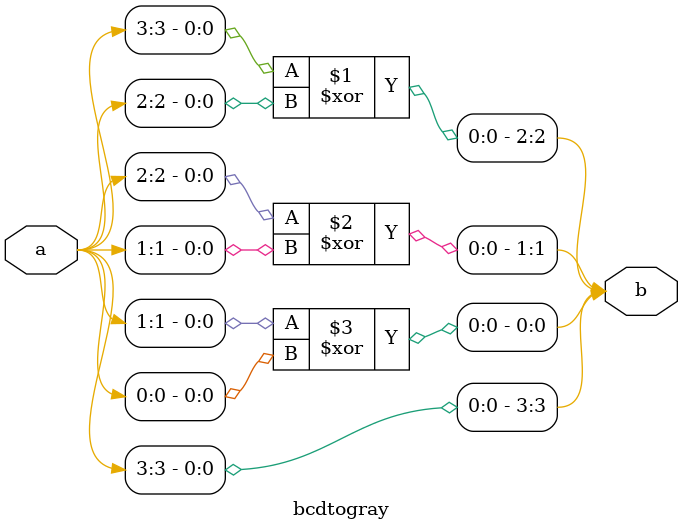
<source format=v>
module bcdtogray (a, b);
	input [3:0]a;
	output [3:0]b;
	
	assign b[3] = a[3];
	assign b[2] = a[3]^a[2];
	assign b[1] = a[2]^a[1];
	assign b[0] = a[1]^a[0];
endmodule
</source>
